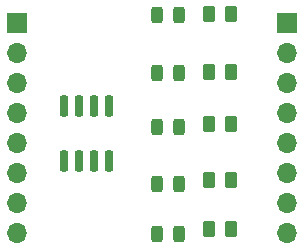
<source format=gts>
%TF.GenerationSoftware,KiCad,Pcbnew,8.0.5*%
%TF.CreationDate,2024-10-04T14:56:02-07:00*%
%TF.ProjectId,TempSensorPCB,54656d70-5365-46e7-936f-725043422e6b,v01*%
%TF.SameCoordinates,Original*%
%TF.FileFunction,Soldermask,Top*%
%TF.FilePolarity,Negative*%
%FSLAX46Y46*%
G04 Gerber Fmt 4.6, Leading zero omitted, Abs format (unit mm)*
G04 Created by KiCad (PCBNEW 8.0.5) date 2024-10-04 14:56:02*
%MOMM*%
%LPD*%
G01*
G04 APERTURE LIST*
G04 Aperture macros list*
%AMRoundRect*
0 Rectangle with rounded corners*
0 $1 Rounding radius*
0 $2 $3 $4 $5 $6 $7 $8 $9 X,Y pos of 4 corners*
0 Add a 4 corners polygon primitive as box body*
4,1,4,$2,$3,$4,$5,$6,$7,$8,$9,$2,$3,0*
0 Add four circle primitives for the rounded corners*
1,1,$1+$1,$2,$3*
1,1,$1+$1,$4,$5*
1,1,$1+$1,$6,$7*
1,1,$1+$1,$8,$9*
0 Add four rect primitives between the rounded corners*
20,1,$1+$1,$2,$3,$4,$5,0*
20,1,$1+$1,$4,$5,$6,$7,0*
20,1,$1+$1,$6,$7,$8,$9,0*
20,1,$1+$1,$8,$9,$2,$3,0*%
G04 Aperture macros list end*
%ADD10RoundRect,0.243750X-0.243750X-0.456250X0.243750X-0.456250X0.243750X0.456250X-0.243750X0.456250X0*%
%ADD11RoundRect,0.250000X-0.262500X-0.450000X0.262500X-0.450000X0.262500X0.450000X-0.262500X0.450000X0*%
%ADD12R,1.700000X1.700000*%
%ADD13O,1.700000X1.700000*%
%ADD14RoundRect,0.180000X0.180000X0.710000X-0.180000X0.710000X-0.180000X-0.710000X0.180000X-0.710000X0*%
G04 APERTURE END LIST*
D10*
X143236000Y-141195000D03*
X141361000Y-141195000D03*
X141361000Y-145988000D03*
X143236000Y-145988000D03*
D11*
X145796000Y-149860000D03*
X147621000Y-149860000D03*
D12*
X129540000Y-132397500D03*
D13*
X129540000Y-134937500D03*
X129540000Y-137477500D03*
X129540000Y-140017500D03*
X129540000Y-142557500D03*
X129540000Y-145097500D03*
X129540000Y-147637500D03*
X129540000Y-150177500D03*
D11*
X145796000Y-136525000D03*
X147621000Y-136525000D03*
X145796000Y-145673000D03*
X147621000Y-145673000D03*
D10*
X143236000Y-150265000D03*
X141361000Y-150265000D03*
D11*
X145796000Y-140970000D03*
X147621000Y-140970000D03*
D14*
X137287000Y-139392000D03*
X136017000Y-139392000D03*
X134747000Y-139392000D03*
X133477000Y-139392000D03*
X133477000Y-144072000D03*
X134747000Y-144072000D03*
X136017000Y-144072000D03*
X137287000Y-144072000D03*
D12*
X152400000Y-132397500D03*
D13*
X152400000Y-134937500D03*
X152400000Y-137477500D03*
X152400000Y-140017500D03*
X152400000Y-142557500D03*
X152400000Y-145097500D03*
X152400000Y-147637500D03*
X152400000Y-150177500D03*
D10*
X141361000Y-131715000D03*
X143236000Y-131715000D03*
X143236000Y-136660000D03*
X141361000Y-136660000D03*
D11*
X147621000Y-131670000D03*
X145796000Y-131670000D03*
M02*

</source>
